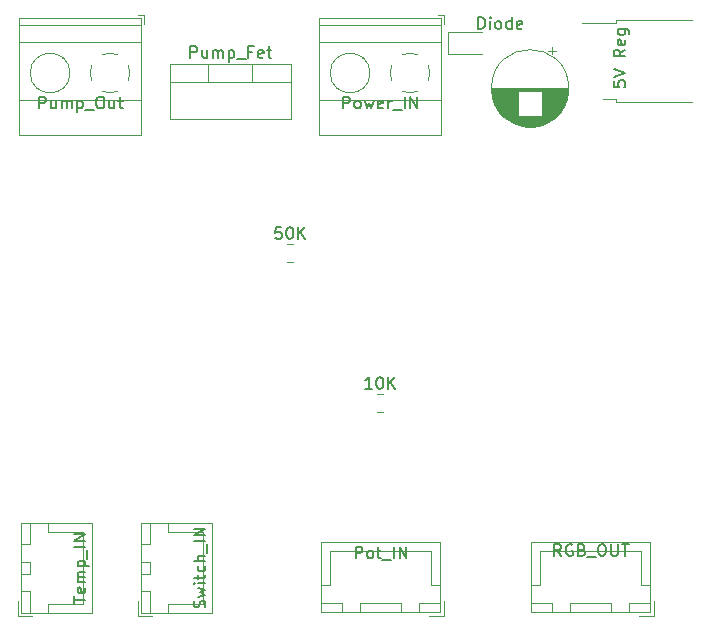
<source format=gbr>
%TF.GenerationSoftware,KiCad,Pcbnew,7.0.10*%
%TF.CreationDate,2024-04-14T18:32:16+10:00*%
%TF.ProjectId,IC Sprayer,49432053-7072-4617-9965-722e6b696361,rev?*%
%TF.SameCoordinates,Original*%
%TF.FileFunction,Legend,Top*%
%TF.FilePolarity,Positive*%
%FSLAX46Y46*%
G04 Gerber Fmt 4.6, Leading zero omitted, Abs format (unit mm)*
G04 Created by KiCad (PCBNEW 7.0.10) date 2024-04-14 18:32:16*
%MOMM*%
%LPD*%
G01*
G04 APERTURE LIST*
%ADD10C,0.150000*%
%ADD11C,0.120000*%
G04 APERTURE END LIST*
D10*
X136614819Y-123606189D02*
X136614819Y-123034761D01*
X137614819Y-123320475D02*
X136614819Y-123320475D01*
X137567200Y-122320475D02*
X137614819Y-122415713D01*
X137614819Y-122415713D02*
X137614819Y-122606189D01*
X137614819Y-122606189D02*
X137567200Y-122701427D01*
X137567200Y-122701427D02*
X137471961Y-122749046D01*
X137471961Y-122749046D02*
X137091009Y-122749046D01*
X137091009Y-122749046D02*
X136995771Y-122701427D01*
X136995771Y-122701427D02*
X136948152Y-122606189D01*
X136948152Y-122606189D02*
X136948152Y-122415713D01*
X136948152Y-122415713D02*
X136995771Y-122320475D01*
X136995771Y-122320475D02*
X137091009Y-122272856D01*
X137091009Y-122272856D02*
X137186247Y-122272856D01*
X137186247Y-122272856D02*
X137281485Y-122749046D01*
X137614819Y-121844284D02*
X136948152Y-121844284D01*
X137043390Y-121844284D02*
X136995771Y-121796665D01*
X136995771Y-121796665D02*
X136948152Y-121701427D01*
X136948152Y-121701427D02*
X136948152Y-121558570D01*
X136948152Y-121558570D02*
X136995771Y-121463332D01*
X136995771Y-121463332D02*
X137091009Y-121415713D01*
X137091009Y-121415713D02*
X137614819Y-121415713D01*
X137091009Y-121415713D02*
X136995771Y-121368094D01*
X136995771Y-121368094D02*
X136948152Y-121272856D01*
X136948152Y-121272856D02*
X136948152Y-121129999D01*
X136948152Y-121129999D02*
X136995771Y-121034760D01*
X136995771Y-121034760D02*
X137091009Y-120987141D01*
X137091009Y-120987141D02*
X137614819Y-120987141D01*
X136948152Y-120510951D02*
X137948152Y-120510951D01*
X136995771Y-120510951D02*
X136948152Y-120415713D01*
X136948152Y-120415713D02*
X136948152Y-120225237D01*
X136948152Y-120225237D02*
X136995771Y-120129999D01*
X136995771Y-120129999D02*
X137043390Y-120082380D01*
X137043390Y-120082380D02*
X137138628Y-120034761D01*
X137138628Y-120034761D02*
X137424342Y-120034761D01*
X137424342Y-120034761D02*
X137519580Y-120082380D01*
X137519580Y-120082380D02*
X137567200Y-120129999D01*
X137567200Y-120129999D02*
X137614819Y-120225237D01*
X137614819Y-120225237D02*
X137614819Y-120415713D01*
X137614819Y-120415713D02*
X137567200Y-120510951D01*
X137710057Y-119844285D02*
X137710057Y-119082380D01*
X137614819Y-118844284D02*
X136614819Y-118844284D01*
X137614819Y-118368094D02*
X136614819Y-118368094D01*
X136614819Y-118368094D02*
X137614819Y-117796666D01*
X137614819Y-117796666D02*
X136614819Y-117796666D01*
X170886667Y-75004819D02*
X170886667Y-74004819D01*
X170886667Y-74004819D02*
X171124762Y-74004819D01*
X171124762Y-74004819D02*
X171267619Y-74052438D01*
X171267619Y-74052438D02*
X171362857Y-74147676D01*
X171362857Y-74147676D02*
X171410476Y-74242914D01*
X171410476Y-74242914D02*
X171458095Y-74433390D01*
X171458095Y-74433390D02*
X171458095Y-74576247D01*
X171458095Y-74576247D02*
X171410476Y-74766723D01*
X171410476Y-74766723D02*
X171362857Y-74861961D01*
X171362857Y-74861961D02*
X171267619Y-74957200D01*
X171267619Y-74957200D02*
X171124762Y-75004819D01*
X171124762Y-75004819D02*
X170886667Y-75004819D01*
X171886667Y-75004819D02*
X171886667Y-74338152D01*
X171886667Y-74004819D02*
X171839048Y-74052438D01*
X171839048Y-74052438D02*
X171886667Y-74100057D01*
X171886667Y-74100057D02*
X171934286Y-74052438D01*
X171934286Y-74052438D02*
X171886667Y-74004819D01*
X171886667Y-74004819D02*
X171886667Y-74100057D01*
X172505714Y-75004819D02*
X172410476Y-74957200D01*
X172410476Y-74957200D02*
X172362857Y-74909580D01*
X172362857Y-74909580D02*
X172315238Y-74814342D01*
X172315238Y-74814342D02*
X172315238Y-74528628D01*
X172315238Y-74528628D02*
X172362857Y-74433390D01*
X172362857Y-74433390D02*
X172410476Y-74385771D01*
X172410476Y-74385771D02*
X172505714Y-74338152D01*
X172505714Y-74338152D02*
X172648571Y-74338152D01*
X172648571Y-74338152D02*
X172743809Y-74385771D01*
X172743809Y-74385771D02*
X172791428Y-74433390D01*
X172791428Y-74433390D02*
X172839047Y-74528628D01*
X172839047Y-74528628D02*
X172839047Y-74814342D01*
X172839047Y-74814342D02*
X172791428Y-74909580D01*
X172791428Y-74909580D02*
X172743809Y-74957200D01*
X172743809Y-74957200D02*
X172648571Y-75004819D01*
X172648571Y-75004819D02*
X172505714Y-75004819D01*
X173696190Y-75004819D02*
X173696190Y-74004819D01*
X173696190Y-74957200D02*
X173600952Y-75004819D01*
X173600952Y-75004819D02*
X173410476Y-75004819D01*
X173410476Y-75004819D02*
X173315238Y-74957200D01*
X173315238Y-74957200D02*
X173267619Y-74909580D01*
X173267619Y-74909580D02*
X173220000Y-74814342D01*
X173220000Y-74814342D02*
X173220000Y-74528628D01*
X173220000Y-74528628D02*
X173267619Y-74433390D01*
X173267619Y-74433390D02*
X173315238Y-74385771D01*
X173315238Y-74385771D02*
X173410476Y-74338152D01*
X173410476Y-74338152D02*
X173600952Y-74338152D01*
X173600952Y-74338152D02*
X173696190Y-74385771D01*
X174553333Y-74957200D02*
X174458095Y-75004819D01*
X174458095Y-75004819D02*
X174267619Y-75004819D01*
X174267619Y-75004819D02*
X174172381Y-74957200D01*
X174172381Y-74957200D02*
X174124762Y-74861961D01*
X174124762Y-74861961D02*
X174124762Y-74481009D01*
X174124762Y-74481009D02*
X174172381Y-74385771D01*
X174172381Y-74385771D02*
X174267619Y-74338152D01*
X174267619Y-74338152D02*
X174458095Y-74338152D01*
X174458095Y-74338152D02*
X174553333Y-74385771D01*
X174553333Y-74385771D02*
X174600952Y-74481009D01*
X174600952Y-74481009D02*
X174600952Y-74576247D01*
X174600952Y-74576247D02*
X174124762Y-74671485D01*
X154201904Y-91784819D02*
X153725714Y-91784819D01*
X153725714Y-91784819D02*
X153678095Y-92261009D01*
X153678095Y-92261009D02*
X153725714Y-92213390D01*
X153725714Y-92213390D02*
X153820952Y-92165771D01*
X153820952Y-92165771D02*
X154059047Y-92165771D01*
X154059047Y-92165771D02*
X154154285Y-92213390D01*
X154154285Y-92213390D02*
X154201904Y-92261009D01*
X154201904Y-92261009D02*
X154249523Y-92356247D01*
X154249523Y-92356247D02*
X154249523Y-92594342D01*
X154249523Y-92594342D02*
X154201904Y-92689580D01*
X154201904Y-92689580D02*
X154154285Y-92737200D01*
X154154285Y-92737200D02*
X154059047Y-92784819D01*
X154059047Y-92784819D02*
X153820952Y-92784819D01*
X153820952Y-92784819D02*
X153725714Y-92737200D01*
X153725714Y-92737200D02*
X153678095Y-92689580D01*
X154868571Y-91784819D02*
X154963809Y-91784819D01*
X154963809Y-91784819D02*
X155059047Y-91832438D01*
X155059047Y-91832438D02*
X155106666Y-91880057D01*
X155106666Y-91880057D02*
X155154285Y-91975295D01*
X155154285Y-91975295D02*
X155201904Y-92165771D01*
X155201904Y-92165771D02*
X155201904Y-92403866D01*
X155201904Y-92403866D02*
X155154285Y-92594342D01*
X155154285Y-92594342D02*
X155106666Y-92689580D01*
X155106666Y-92689580D02*
X155059047Y-92737200D01*
X155059047Y-92737200D02*
X154963809Y-92784819D01*
X154963809Y-92784819D02*
X154868571Y-92784819D01*
X154868571Y-92784819D02*
X154773333Y-92737200D01*
X154773333Y-92737200D02*
X154725714Y-92689580D01*
X154725714Y-92689580D02*
X154678095Y-92594342D01*
X154678095Y-92594342D02*
X154630476Y-92403866D01*
X154630476Y-92403866D02*
X154630476Y-92165771D01*
X154630476Y-92165771D02*
X154678095Y-91975295D01*
X154678095Y-91975295D02*
X154725714Y-91880057D01*
X154725714Y-91880057D02*
X154773333Y-91832438D01*
X154773333Y-91832438D02*
X154868571Y-91784819D01*
X155630476Y-92784819D02*
X155630476Y-91784819D01*
X156201904Y-92784819D02*
X155773333Y-92213390D01*
X156201904Y-91784819D02*
X155630476Y-92356247D01*
X160497143Y-119834819D02*
X160497143Y-118834819D01*
X160497143Y-118834819D02*
X160878095Y-118834819D01*
X160878095Y-118834819D02*
X160973333Y-118882438D01*
X160973333Y-118882438D02*
X161020952Y-118930057D01*
X161020952Y-118930057D02*
X161068571Y-119025295D01*
X161068571Y-119025295D02*
X161068571Y-119168152D01*
X161068571Y-119168152D02*
X161020952Y-119263390D01*
X161020952Y-119263390D02*
X160973333Y-119311009D01*
X160973333Y-119311009D02*
X160878095Y-119358628D01*
X160878095Y-119358628D02*
X160497143Y-119358628D01*
X161640000Y-119834819D02*
X161544762Y-119787200D01*
X161544762Y-119787200D02*
X161497143Y-119739580D01*
X161497143Y-119739580D02*
X161449524Y-119644342D01*
X161449524Y-119644342D02*
X161449524Y-119358628D01*
X161449524Y-119358628D02*
X161497143Y-119263390D01*
X161497143Y-119263390D02*
X161544762Y-119215771D01*
X161544762Y-119215771D02*
X161640000Y-119168152D01*
X161640000Y-119168152D02*
X161782857Y-119168152D01*
X161782857Y-119168152D02*
X161878095Y-119215771D01*
X161878095Y-119215771D02*
X161925714Y-119263390D01*
X161925714Y-119263390D02*
X161973333Y-119358628D01*
X161973333Y-119358628D02*
X161973333Y-119644342D01*
X161973333Y-119644342D02*
X161925714Y-119739580D01*
X161925714Y-119739580D02*
X161878095Y-119787200D01*
X161878095Y-119787200D02*
X161782857Y-119834819D01*
X161782857Y-119834819D02*
X161640000Y-119834819D01*
X162259048Y-119168152D02*
X162640000Y-119168152D01*
X162401905Y-118834819D02*
X162401905Y-119691961D01*
X162401905Y-119691961D02*
X162449524Y-119787200D01*
X162449524Y-119787200D02*
X162544762Y-119834819D01*
X162544762Y-119834819D02*
X162640000Y-119834819D01*
X162735239Y-119930057D02*
X163497143Y-119930057D01*
X163735239Y-119834819D02*
X163735239Y-118834819D01*
X164211429Y-119834819D02*
X164211429Y-118834819D01*
X164211429Y-118834819D02*
X164782857Y-119834819D01*
X164782857Y-119834819D02*
X164782857Y-118834819D01*
X177879999Y-119624819D02*
X177546666Y-119148628D01*
X177308571Y-119624819D02*
X177308571Y-118624819D01*
X177308571Y-118624819D02*
X177689523Y-118624819D01*
X177689523Y-118624819D02*
X177784761Y-118672438D01*
X177784761Y-118672438D02*
X177832380Y-118720057D01*
X177832380Y-118720057D02*
X177879999Y-118815295D01*
X177879999Y-118815295D02*
X177879999Y-118958152D01*
X177879999Y-118958152D02*
X177832380Y-119053390D01*
X177832380Y-119053390D02*
X177784761Y-119101009D01*
X177784761Y-119101009D02*
X177689523Y-119148628D01*
X177689523Y-119148628D02*
X177308571Y-119148628D01*
X178832380Y-118672438D02*
X178737142Y-118624819D01*
X178737142Y-118624819D02*
X178594285Y-118624819D01*
X178594285Y-118624819D02*
X178451428Y-118672438D01*
X178451428Y-118672438D02*
X178356190Y-118767676D01*
X178356190Y-118767676D02*
X178308571Y-118862914D01*
X178308571Y-118862914D02*
X178260952Y-119053390D01*
X178260952Y-119053390D02*
X178260952Y-119196247D01*
X178260952Y-119196247D02*
X178308571Y-119386723D01*
X178308571Y-119386723D02*
X178356190Y-119481961D01*
X178356190Y-119481961D02*
X178451428Y-119577200D01*
X178451428Y-119577200D02*
X178594285Y-119624819D01*
X178594285Y-119624819D02*
X178689523Y-119624819D01*
X178689523Y-119624819D02*
X178832380Y-119577200D01*
X178832380Y-119577200D02*
X178879999Y-119529580D01*
X178879999Y-119529580D02*
X178879999Y-119196247D01*
X178879999Y-119196247D02*
X178689523Y-119196247D01*
X179641904Y-119101009D02*
X179784761Y-119148628D01*
X179784761Y-119148628D02*
X179832380Y-119196247D01*
X179832380Y-119196247D02*
X179879999Y-119291485D01*
X179879999Y-119291485D02*
X179879999Y-119434342D01*
X179879999Y-119434342D02*
X179832380Y-119529580D01*
X179832380Y-119529580D02*
X179784761Y-119577200D01*
X179784761Y-119577200D02*
X179689523Y-119624819D01*
X179689523Y-119624819D02*
X179308571Y-119624819D01*
X179308571Y-119624819D02*
X179308571Y-118624819D01*
X179308571Y-118624819D02*
X179641904Y-118624819D01*
X179641904Y-118624819D02*
X179737142Y-118672438D01*
X179737142Y-118672438D02*
X179784761Y-118720057D01*
X179784761Y-118720057D02*
X179832380Y-118815295D01*
X179832380Y-118815295D02*
X179832380Y-118910533D01*
X179832380Y-118910533D02*
X179784761Y-119005771D01*
X179784761Y-119005771D02*
X179737142Y-119053390D01*
X179737142Y-119053390D02*
X179641904Y-119101009D01*
X179641904Y-119101009D02*
X179308571Y-119101009D01*
X180070476Y-119720057D02*
X180832380Y-119720057D01*
X181260952Y-118624819D02*
X181451428Y-118624819D01*
X181451428Y-118624819D02*
X181546666Y-118672438D01*
X181546666Y-118672438D02*
X181641904Y-118767676D01*
X181641904Y-118767676D02*
X181689523Y-118958152D01*
X181689523Y-118958152D02*
X181689523Y-119291485D01*
X181689523Y-119291485D02*
X181641904Y-119481961D01*
X181641904Y-119481961D02*
X181546666Y-119577200D01*
X181546666Y-119577200D02*
X181451428Y-119624819D01*
X181451428Y-119624819D02*
X181260952Y-119624819D01*
X181260952Y-119624819D02*
X181165714Y-119577200D01*
X181165714Y-119577200D02*
X181070476Y-119481961D01*
X181070476Y-119481961D02*
X181022857Y-119291485D01*
X181022857Y-119291485D02*
X181022857Y-118958152D01*
X181022857Y-118958152D02*
X181070476Y-118767676D01*
X181070476Y-118767676D02*
X181165714Y-118672438D01*
X181165714Y-118672438D02*
X181260952Y-118624819D01*
X182118095Y-118624819D02*
X182118095Y-119434342D01*
X182118095Y-119434342D02*
X182165714Y-119529580D01*
X182165714Y-119529580D02*
X182213333Y-119577200D01*
X182213333Y-119577200D02*
X182308571Y-119624819D01*
X182308571Y-119624819D02*
X182499047Y-119624819D01*
X182499047Y-119624819D02*
X182594285Y-119577200D01*
X182594285Y-119577200D02*
X182641904Y-119529580D01*
X182641904Y-119529580D02*
X182689523Y-119434342D01*
X182689523Y-119434342D02*
X182689523Y-118624819D01*
X183022857Y-118624819D02*
X183594285Y-118624819D01*
X183308571Y-119624819D02*
X183308571Y-118624819D01*
X161869523Y-105484819D02*
X161298095Y-105484819D01*
X161583809Y-105484819D02*
X161583809Y-104484819D01*
X161583809Y-104484819D02*
X161488571Y-104627676D01*
X161488571Y-104627676D02*
X161393333Y-104722914D01*
X161393333Y-104722914D02*
X161298095Y-104770533D01*
X162488571Y-104484819D02*
X162583809Y-104484819D01*
X162583809Y-104484819D02*
X162679047Y-104532438D01*
X162679047Y-104532438D02*
X162726666Y-104580057D01*
X162726666Y-104580057D02*
X162774285Y-104675295D01*
X162774285Y-104675295D02*
X162821904Y-104865771D01*
X162821904Y-104865771D02*
X162821904Y-105103866D01*
X162821904Y-105103866D02*
X162774285Y-105294342D01*
X162774285Y-105294342D02*
X162726666Y-105389580D01*
X162726666Y-105389580D02*
X162679047Y-105437200D01*
X162679047Y-105437200D02*
X162583809Y-105484819D01*
X162583809Y-105484819D02*
X162488571Y-105484819D01*
X162488571Y-105484819D02*
X162393333Y-105437200D01*
X162393333Y-105437200D02*
X162345714Y-105389580D01*
X162345714Y-105389580D02*
X162298095Y-105294342D01*
X162298095Y-105294342D02*
X162250476Y-105103866D01*
X162250476Y-105103866D02*
X162250476Y-104865771D01*
X162250476Y-104865771D02*
X162298095Y-104675295D01*
X162298095Y-104675295D02*
X162345714Y-104580057D01*
X162345714Y-104580057D02*
X162393333Y-104532438D01*
X162393333Y-104532438D02*
X162488571Y-104484819D01*
X163250476Y-105484819D02*
X163250476Y-104484819D01*
X163821904Y-105484819D02*
X163393333Y-104913390D01*
X163821904Y-104484819D02*
X163250476Y-105056247D01*
X182334819Y-79417381D02*
X182334819Y-79893571D01*
X182334819Y-79893571D02*
X182811009Y-79941190D01*
X182811009Y-79941190D02*
X182763390Y-79893571D01*
X182763390Y-79893571D02*
X182715771Y-79798333D01*
X182715771Y-79798333D02*
X182715771Y-79560238D01*
X182715771Y-79560238D02*
X182763390Y-79465000D01*
X182763390Y-79465000D02*
X182811009Y-79417381D01*
X182811009Y-79417381D02*
X182906247Y-79369762D01*
X182906247Y-79369762D02*
X183144342Y-79369762D01*
X183144342Y-79369762D02*
X183239580Y-79417381D01*
X183239580Y-79417381D02*
X183287200Y-79465000D01*
X183287200Y-79465000D02*
X183334819Y-79560238D01*
X183334819Y-79560238D02*
X183334819Y-79798333D01*
X183334819Y-79798333D02*
X183287200Y-79893571D01*
X183287200Y-79893571D02*
X183239580Y-79941190D01*
X182334819Y-79084047D02*
X183334819Y-78750714D01*
X183334819Y-78750714D02*
X182334819Y-78417381D01*
X183334819Y-76750714D02*
X182858628Y-77084047D01*
X183334819Y-77322142D02*
X182334819Y-77322142D01*
X182334819Y-77322142D02*
X182334819Y-76941190D01*
X182334819Y-76941190D02*
X182382438Y-76845952D01*
X182382438Y-76845952D02*
X182430057Y-76798333D01*
X182430057Y-76798333D02*
X182525295Y-76750714D01*
X182525295Y-76750714D02*
X182668152Y-76750714D01*
X182668152Y-76750714D02*
X182763390Y-76798333D01*
X182763390Y-76798333D02*
X182811009Y-76845952D01*
X182811009Y-76845952D02*
X182858628Y-76941190D01*
X182858628Y-76941190D02*
X182858628Y-77322142D01*
X183287200Y-75941190D02*
X183334819Y-76036428D01*
X183334819Y-76036428D02*
X183334819Y-76226904D01*
X183334819Y-76226904D02*
X183287200Y-76322142D01*
X183287200Y-76322142D02*
X183191961Y-76369761D01*
X183191961Y-76369761D02*
X182811009Y-76369761D01*
X182811009Y-76369761D02*
X182715771Y-76322142D01*
X182715771Y-76322142D02*
X182668152Y-76226904D01*
X182668152Y-76226904D02*
X182668152Y-76036428D01*
X182668152Y-76036428D02*
X182715771Y-75941190D01*
X182715771Y-75941190D02*
X182811009Y-75893571D01*
X182811009Y-75893571D02*
X182906247Y-75893571D01*
X182906247Y-75893571D02*
X183001485Y-76369761D01*
X182668152Y-75036428D02*
X183477676Y-75036428D01*
X183477676Y-75036428D02*
X183572914Y-75084047D01*
X183572914Y-75084047D02*
X183620533Y-75131666D01*
X183620533Y-75131666D02*
X183668152Y-75226904D01*
X183668152Y-75226904D02*
X183668152Y-75369761D01*
X183668152Y-75369761D02*
X183620533Y-75464999D01*
X183287200Y-75036428D02*
X183334819Y-75131666D01*
X183334819Y-75131666D02*
X183334819Y-75322142D01*
X183334819Y-75322142D02*
X183287200Y-75417380D01*
X183287200Y-75417380D02*
X183239580Y-75464999D01*
X183239580Y-75464999D02*
X183144342Y-75512618D01*
X183144342Y-75512618D02*
X182858628Y-75512618D01*
X182858628Y-75512618D02*
X182763390Y-75464999D01*
X182763390Y-75464999D02*
X182715771Y-75417380D01*
X182715771Y-75417380D02*
X182668152Y-75322142D01*
X182668152Y-75322142D02*
X182668152Y-75131666D01*
X182668152Y-75131666D02*
X182715771Y-75036428D01*
X159440952Y-81734819D02*
X159440952Y-80734819D01*
X159440952Y-80734819D02*
X159821904Y-80734819D01*
X159821904Y-80734819D02*
X159917142Y-80782438D01*
X159917142Y-80782438D02*
X159964761Y-80830057D01*
X159964761Y-80830057D02*
X160012380Y-80925295D01*
X160012380Y-80925295D02*
X160012380Y-81068152D01*
X160012380Y-81068152D02*
X159964761Y-81163390D01*
X159964761Y-81163390D02*
X159917142Y-81211009D01*
X159917142Y-81211009D02*
X159821904Y-81258628D01*
X159821904Y-81258628D02*
X159440952Y-81258628D01*
X160583809Y-81734819D02*
X160488571Y-81687200D01*
X160488571Y-81687200D02*
X160440952Y-81639580D01*
X160440952Y-81639580D02*
X160393333Y-81544342D01*
X160393333Y-81544342D02*
X160393333Y-81258628D01*
X160393333Y-81258628D02*
X160440952Y-81163390D01*
X160440952Y-81163390D02*
X160488571Y-81115771D01*
X160488571Y-81115771D02*
X160583809Y-81068152D01*
X160583809Y-81068152D02*
X160726666Y-81068152D01*
X160726666Y-81068152D02*
X160821904Y-81115771D01*
X160821904Y-81115771D02*
X160869523Y-81163390D01*
X160869523Y-81163390D02*
X160917142Y-81258628D01*
X160917142Y-81258628D02*
X160917142Y-81544342D01*
X160917142Y-81544342D02*
X160869523Y-81639580D01*
X160869523Y-81639580D02*
X160821904Y-81687200D01*
X160821904Y-81687200D02*
X160726666Y-81734819D01*
X160726666Y-81734819D02*
X160583809Y-81734819D01*
X161250476Y-81068152D02*
X161440952Y-81734819D01*
X161440952Y-81734819D02*
X161631428Y-81258628D01*
X161631428Y-81258628D02*
X161821904Y-81734819D01*
X161821904Y-81734819D02*
X162012380Y-81068152D01*
X162774285Y-81687200D02*
X162679047Y-81734819D01*
X162679047Y-81734819D02*
X162488571Y-81734819D01*
X162488571Y-81734819D02*
X162393333Y-81687200D01*
X162393333Y-81687200D02*
X162345714Y-81591961D01*
X162345714Y-81591961D02*
X162345714Y-81211009D01*
X162345714Y-81211009D02*
X162393333Y-81115771D01*
X162393333Y-81115771D02*
X162488571Y-81068152D01*
X162488571Y-81068152D02*
X162679047Y-81068152D01*
X162679047Y-81068152D02*
X162774285Y-81115771D01*
X162774285Y-81115771D02*
X162821904Y-81211009D01*
X162821904Y-81211009D02*
X162821904Y-81306247D01*
X162821904Y-81306247D02*
X162345714Y-81401485D01*
X163250476Y-81734819D02*
X163250476Y-81068152D01*
X163250476Y-81258628D02*
X163298095Y-81163390D01*
X163298095Y-81163390D02*
X163345714Y-81115771D01*
X163345714Y-81115771D02*
X163440952Y-81068152D01*
X163440952Y-81068152D02*
X163536190Y-81068152D01*
X163631429Y-81830057D02*
X164393333Y-81830057D01*
X164631429Y-81734819D02*
X164631429Y-80734819D01*
X165107619Y-81734819D02*
X165107619Y-80734819D01*
X165107619Y-80734819D02*
X165679047Y-81734819D01*
X165679047Y-81734819D02*
X165679047Y-80734819D01*
X146502857Y-77464819D02*
X146502857Y-76464819D01*
X146502857Y-76464819D02*
X146883809Y-76464819D01*
X146883809Y-76464819D02*
X146979047Y-76512438D01*
X146979047Y-76512438D02*
X147026666Y-76560057D01*
X147026666Y-76560057D02*
X147074285Y-76655295D01*
X147074285Y-76655295D02*
X147074285Y-76798152D01*
X147074285Y-76798152D02*
X147026666Y-76893390D01*
X147026666Y-76893390D02*
X146979047Y-76941009D01*
X146979047Y-76941009D02*
X146883809Y-76988628D01*
X146883809Y-76988628D02*
X146502857Y-76988628D01*
X147931428Y-76798152D02*
X147931428Y-77464819D01*
X147502857Y-76798152D02*
X147502857Y-77321961D01*
X147502857Y-77321961D02*
X147550476Y-77417200D01*
X147550476Y-77417200D02*
X147645714Y-77464819D01*
X147645714Y-77464819D02*
X147788571Y-77464819D01*
X147788571Y-77464819D02*
X147883809Y-77417200D01*
X147883809Y-77417200D02*
X147931428Y-77369580D01*
X148407619Y-77464819D02*
X148407619Y-76798152D01*
X148407619Y-76893390D02*
X148455238Y-76845771D01*
X148455238Y-76845771D02*
X148550476Y-76798152D01*
X148550476Y-76798152D02*
X148693333Y-76798152D01*
X148693333Y-76798152D02*
X148788571Y-76845771D01*
X148788571Y-76845771D02*
X148836190Y-76941009D01*
X148836190Y-76941009D02*
X148836190Y-77464819D01*
X148836190Y-76941009D02*
X148883809Y-76845771D01*
X148883809Y-76845771D02*
X148979047Y-76798152D01*
X148979047Y-76798152D02*
X149121904Y-76798152D01*
X149121904Y-76798152D02*
X149217143Y-76845771D01*
X149217143Y-76845771D02*
X149264762Y-76941009D01*
X149264762Y-76941009D02*
X149264762Y-77464819D01*
X149740952Y-76798152D02*
X149740952Y-77798152D01*
X149740952Y-76845771D02*
X149836190Y-76798152D01*
X149836190Y-76798152D02*
X150026666Y-76798152D01*
X150026666Y-76798152D02*
X150121904Y-76845771D01*
X150121904Y-76845771D02*
X150169523Y-76893390D01*
X150169523Y-76893390D02*
X150217142Y-76988628D01*
X150217142Y-76988628D02*
X150217142Y-77274342D01*
X150217142Y-77274342D02*
X150169523Y-77369580D01*
X150169523Y-77369580D02*
X150121904Y-77417200D01*
X150121904Y-77417200D02*
X150026666Y-77464819D01*
X150026666Y-77464819D02*
X149836190Y-77464819D01*
X149836190Y-77464819D02*
X149740952Y-77417200D01*
X150407619Y-77560057D02*
X151169523Y-77560057D01*
X151740952Y-76941009D02*
X151407619Y-76941009D01*
X151407619Y-77464819D02*
X151407619Y-76464819D01*
X151407619Y-76464819D02*
X151883809Y-76464819D01*
X152645714Y-77417200D02*
X152550476Y-77464819D01*
X152550476Y-77464819D02*
X152360000Y-77464819D01*
X152360000Y-77464819D02*
X152264762Y-77417200D01*
X152264762Y-77417200D02*
X152217143Y-77321961D01*
X152217143Y-77321961D02*
X152217143Y-76941009D01*
X152217143Y-76941009D02*
X152264762Y-76845771D01*
X152264762Y-76845771D02*
X152360000Y-76798152D01*
X152360000Y-76798152D02*
X152550476Y-76798152D01*
X152550476Y-76798152D02*
X152645714Y-76845771D01*
X152645714Y-76845771D02*
X152693333Y-76941009D01*
X152693333Y-76941009D02*
X152693333Y-77036247D01*
X152693333Y-77036247D02*
X152217143Y-77131485D01*
X152979048Y-76798152D02*
X153360000Y-76798152D01*
X153121905Y-76464819D02*
X153121905Y-77321961D01*
X153121905Y-77321961D02*
X153169524Y-77417200D01*
X153169524Y-77417200D02*
X153264762Y-77464819D01*
X153264762Y-77464819D02*
X153360000Y-77464819D01*
X133683809Y-81734819D02*
X133683809Y-80734819D01*
X133683809Y-80734819D02*
X134064761Y-80734819D01*
X134064761Y-80734819D02*
X134159999Y-80782438D01*
X134159999Y-80782438D02*
X134207618Y-80830057D01*
X134207618Y-80830057D02*
X134255237Y-80925295D01*
X134255237Y-80925295D02*
X134255237Y-81068152D01*
X134255237Y-81068152D02*
X134207618Y-81163390D01*
X134207618Y-81163390D02*
X134159999Y-81211009D01*
X134159999Y-81211009D02*
X134064761Y-81258628D01*
X134064761Y-81258628D02*
X133683809Y-81258628D01*
X135112380Y-81068152D02*
X135112380Y-81734819D01*
X134683809Y-81068152D02*
X134683809Y-81591961D01*
X134683809Y-81591961D02*
X134731428Y-81687200D01*
X134731428Y-81687200D02*
X134826666Y-81734819D01*
X134826666Y-81734819D02*
X134969523Y-81734819D01*
X134969523Y-81734819D02*
X135064761Y-81687200D01*
X135064761Y-81687200D02*
X135112380Y-81639580D01*
X135588571Y-81734819D02*
X135588571Y-81068152D01*
X135588571Y-81163390D02*
X135636190Y-81115771D01*
X135636190Y-81115771D02*
X135731428Y-81068152D01*
X135731428Y-81068152D02*
X135874285Y-81068152D01*
X135874285Y-81068152D02*
X135969523Y-81115771D01*
X135969523Y-81115771D02*
X136017142Y-81211009D01*
X136017142Y-81211009D02*
X136017142Y-81734819D01*
X136017142Y-81211009D02*
X136064761Y-81115771D01*
X136064761Y-81115771D02*
X136159999Y-81068152D01*
X136159999Y-81068152D02*
X136302856Y-81068152D01*
X136302856Y-81068152D02*
X136398095Y-81115771D01*
X136398095Y-81115771D02*
X136445714Y-81211009D01*
X136445714Y-81211009D02*
X136445714Y-81734819D01*
X136921904Y-81068152D02*
X136921904Y-82068152D01*
X136921904Y-81115771D02*
X137017142Y-81068152D01*
X137017142Y-81068152D02*
X137207618Y-81068152D01*
X137207618Y-81068152D02*
X137302856Y-81115771D01*
X137302856Y-81115771D02*
X137350475Y-81163390D01*
X137350475Y-81163390D02*
X137398094Y-81258628D01*
X137398094Y-81258628D02*
X137398094Y-81544342D01*
X137398094Y-81544342D02*
X137350475Y-81639580D01*
X137350475Y-81639580D02*
X137302856Y-81687200D01*
X137302856Y-81687200D02*
X137207618Y-81734819D01*
X137207618Y-81734819D02*
X137017142Y-81734819D01*
X137017142Y-81734819D02*
X136921904Y-81687200D01*
X137588571Y-81830057D02*
X138350475Y-81830057D01*
X138779047Y-80734819D02*
X138969523Y-80734819D01*
X138969523Y-80734819D02*
X139064761Y-80782438D01*
X139064761Y-80782438D02*
X139159999Y-80877676D01*
X139159999Y-80877676D02*
X139207618Y-81068152D01*
X139207618Y-81068152D02*
X139207618Y-81401485D01*
X139207618Y-81401485D02*
X139159999Y-81591961D01*
X139159999Y-81591961D02*
X139064761Y-81687200D01*
X139064761Y-81687200D02*
X138969523Y-81734819D01*
X138969523Y-81734819D02*
X138779047Y-81734819D01*
X138779047Y-81734819D02*
X138683809Y-81687200D01*
X138683809Y-81687200D02*
X138588571Y-81591961D01*
X138588571Y-81591961D02*
X138540952Y-81401485D01*
X138540952Y-81401485D02*
X138540952Y-81068152D01*
X138540952Y-81068152D02*
X138588571Y-80877676D01*
X138588571Y-80877676D02*
X138683809Y-80782438D01*
X138683809Y-80782438D02*
X138779047Y-80734819D01*
X140064761Y-81068152D02*
X140064761Y-81734819D01*
X139636190Y-81068152D02*
X139636190Y-81591961D01*
X139636190Y-81591961D02*
X139683809Y-81687200D01*
X139683809Y-81687200D02*
X139779047Y-81734819D01*
X139779047Y-81734819D02*
X139921904Y-81734819D01*
X139921904Y-81734819D02*
X140017142Y-81687200D01*
X140017142Y-81687200D02*
X140064761Y-81639580D01*
X140398095Y-81068152D02*
X140779047Y-81068152D01*
X140540952Y-80734819D02*
X140540952Y-81591961D01*
X140540952Y-81591961D02*
X140588571Y-81687200D01*
X140588571Y-81687200D02*
X140683809Y-81734819D01*
X140683809Y-81734819D02*
X140779047Y-81734819D01*
X147727200Y-123987142D02*
X147774819Y-123844285D01*
X147774819Y-123844285D02*
X147774819Y-123606190D01*
X147774819Y-123606190D02*
X147727200Y-123510952D01*
X147727200Y-123510952D02*
X147679580Y-123463333D01*
X147679580Y-123463333D02*
X147584342Y-123415714D01*
X147584342Y-123415714D02*
X147489104Y-123415714D01*
X147489104Y-123415714D02*
X147393866Y-123463333D01*
X147393866Y-123463333D02*
X147346247Y-123510952D01*
X147346247Y-123510952D02*
X147298628Y-123606190D01*
X147298628Y-123606190D02*
X147251009Y-123796666D01*
X147251009Y-123796666D02*
X147203390Y-123891904D01*
X147203390Y-123891904D02*
X147155771Y-123939523D01*
X147155771Y-123939523D02*
X147060533Y-123987142D01*
X147060533Y-123987142D02*
X146965295Y-123987142D01*
X146965295Y-123987142D02*
X146870057Y-123939523D01*
X146870057Y-123939523D02*
X146822438Y-123891904D01*
X146822438Y-123891904D02*
X146774819Y-123796666D01*
X146774819Y-123796666D02*
X146774819Y-123558571D01*
X146774819Y-123558571D02*
X146822438Y-123415714D01*
X147108152Y-123082380D02*
X147774819Y-122891904D01*
X147774819Y-122891904D02*
X147298628Y-122701428D01*
X147298628Y-122701428D02*
X147774819Y-122510952D01*
X147774819Y-122510952D02*
X147108152Y-122320476D01*
X147774819Y-121939523D02*
X147108152Y-121939523D01*
X146774819Y-121939523D02*
X146822438Y-121987142D01*
X146822438Y-121987142D02*
X146870057Y-121939523D01*
X146870057Y-121939523D02*
X146822438Y-121891904D01*
X146822438Y-121891904D02*
X146774819Y-121939523D01*
X146774819Y-121939523D02*
X146870057Y-121939523D01*
X147108152Y-121606190D02*
X147108152Y-121225238D01*
X146774819Y-121463333D02*
X147631961Y-121463333D01*
X147631961Y-121463333D02*
X147727200Y-121415714D01*
X147727200Y-121415714D02*
X147774819Y-121320476D01*
X147774819Y-121320476D02*
X147774819Y-121225238D01*
X147727200Y-120463333D02*
X147774819Y-120558571D01*
X147774819Y-120558571D02*
X147774819Y-120749047D01*
X147774819Y-120749047D02*
X147727200Y-120844285D01*
X147727200Y-120844285D02*
X147679580Y-120891904D01*
X147679580Y-120891904D02*
X147584342Y-120939523D01*
X147584342Y-120939523D02*
X147298628Y-120939523D01*
X147298628Y-120939523D02*
X147203390Y-120891904D01*
X147203390Y-120891904D02*
X147155771Y-120844285D01*
X147155771Y-120844285D02*
X147108152Y-120749047D01*
X147108152Y-120749047D02*
X147108152Y-120558571D01*
X147108152Y-120558571D02*
X147155771Y-120463333D01*
X147774819Y-120034761D02*
X146774819Y-120034761D01*
X147774819Y-119606190D02*
X147251009Y-119606190D01*
X147251009Y-119606190D02*
X147155771Y-119653809D01*
X147155771Y-119653809D02*
X147108152Y-119749047D01*
X147108152Y-119749047D02*
X147108152Y-119891904D01*
X147108152Y-119891904D02*
X147155771Y-119987142D01*
X147155771Y-119987142D02*
X147203390Y-120034761D01*
X147870057Y-119368095D02*
X147870057Y-118606190D01*
X147774819Y-118368094D02*
X146774819Y-118368094D01*
X147774819Y-117891904D02*
X146774819Y-117891904D01*
X146774819Y-117891904D02*
X147774819Y-117320476D01*
X147774819Y-117320476D02*
X146774819Y-117320476D01*
D11*
%TO.C,Temp_IN*%
X131870000Y-124730000D02*
X133120000Y-124730000D01*
X132160000Y-124440000D02*
X138130000Y-124440000D01*
X138130000Y-124440000D02*
X138130000Y-116820000D01*
X132170000Y-124430000D02*
X132920000Y-124430000D01*
X132920000Y-124430000D02*
X132920000Y-122630000D01*
X134420000Y-124430000D02*
X134420000Y-123680000D01*
X134420000Y-123680000D02*
X137370000Y-123680000D01*
X137370000Y-123680000D02*
X137370000Y-120630000D01*
X131870000Y-123480000D02*
X131870000Y-124730000D01*
X132170000Y-122630000D02*
X132170000Y-124430000D01*
X132920000Y-122630000D02*
X132170000Y-122630000D01*
X132170000Y-121130000D02*
X132920000Y-121130000D01*
X132920000Y-121130000D02*
X132920000Y-120130000D01*
X132170000Y-120130000D02*
X132170000Y-121130000D01*
X132920000Y-120130000D02*
X132170000Y-120130000D01*
X132170000Y-118630000D02*
X132920000Y-118630000D01*
X132920000Y-118630000D02*
X132920000Y-116830000D01*
X134420000Y-117580000D02*
X137370000Y-117580000D01*
X137370000Y-117580000D02*
X137370000Y-120630000D01*
X132170000Y-116830000D02*
X132170000Y-118630000D01*
X132920000Y-116830000D02*
X132170000Y-116830000D01*
X134420000Y-116830000D02*
X134420000Y-117580000D01*
X132160000Y-116820000D02*
X132160000Y-124440000D01*
X138130000Y-116820000D02*
X132160000Y-116820000D01*
%TO.C,Diode*%
X168320000Y-75240000D02*
X168320000Y-77160000D01*
X168320000Y-77160000D02*
X171180000Y-77160000D01*
X171180000Y-75240000D02*
X168320000Y-75240000D01*
%TO.C,50K*%
X154712936Y-93245000D02*
X155167064Y-93245000D01*
X154712936Y-94715000D02*
X155167064Y-94715000D01*
%TO.C,Pot_IN*%
X167950000Y-124670000D02*
X167950000Y-123420000D01*
X167660000Y-124380000D02*
X167660000Y-118410000D01*
X167660000Y-118410000D02*
X157540000Y-118410000D01*
X167650000Y-124370000D02*
X167650000Y-123620000D01*
X167650000Y-123620000D02*
X165850000Y-123620000D01*
X167650000Y-122120000D02*
X166900000Y-122120000D01*
X166900000Y-122120000D02*
X166900000Y-119170000D01*
X166900000Y-119170000D02*
X162600000Y-119170000D01*
X166700000Y-124670000D02*
X167950000Y-124670000D01*
X165850000Y-124370000D02*
X167650000Y-124370000D01*
X165850000Y-123620000D02*
X165850000Y-124370000D01*
X164350000Y-124370000D02*
X164350000Y-123620000D01*
X164350000Y-123620000D02*
X160850000Y-123620000D01*
X160850000Y-124370000D02*
X164350000Y-124370000D01*
X160850000Y-123620000D02*
X160850000Y-124370000D01*
X159350000Y-124370000D02*
X159350000Y-123620000D01*
X159350000Y-123620000D02*
X157550000Y-123620000D01*
X158300000Y-122120000D02*
X158300000Y-119170000D01*
X158300000Y-119170000D02*
X162600000Y-119170000D01*
X157550000Y-124370000D02*
X159350000Y-124370000D01*
X157550000Y-123620000D02*
X157550000Y-124370000D01*
X157550000Y-122120000D02*
X158300000Y-122120000D01*
X157540000Y-124380000D02*
X167660000Y-124380000D01*
X157540000Y-118410000D02*
X157540000Y-124380000D01*
%TO.C,REF\u002A\u002A*%
X177099000Y-76529759D02*
X177099000Y-77159759D01*
X177414000Y-76844759D02*
X176784000Y-76844759D01*
X178490000Y-80030000D02*
X172030000Y-80030000D01*
X178490000Y-80070000D02*
X172030000Y-80070000D01*
X178490000Y-80110000D02*
X172030000Y-80110000D01*
X178488000Y-80150000D02*
X172032000Y-80150000D01*
X178487000Y-80190000D02*
X172033000Y-80190000D01*
X178484000Y-80230000D02*
X172036000Y-80230000D01*
X178482000Y-80270000D02*
X176300000Y-80270000D01*
X174220000Y-80270000D02*
X172038000Y-80270000D01*
X178478000Y-80310000D02*
X176300000Y-80310000D01*
X174220000Y-80310000D02*
X172042000Y-80310000D01*
X178475000Y-80350000D02*
X176300000Y-80350000D01*
X174220000Y-80350000D02*
X172045000Y-80350000D01*
X178471000Y-80390000D02*
X176300000Y-80390000D01*
X174220000Y-80390000D02*
X172049000Y-80390000D01*
X178466000Y-80430000D02*
X176300000Y-80430000D01*
X174220000Y-80430000D02*
X172054000Y-80430000D01*
X178461000Y-80470000D02*
X176300000Y-80470000D01*
X174220000Y-80470000D02*
X172059000Y-80470000D01*
X178455000Y-80510000D02*
X176300000Y-80510000D01*
X174220000Y-80510000D02*
X172065000Y-80510000D01*
X178449000Y-80550000D02*
X176300000Y-80550000D01*
X174220000Y-80550000D02*
X172071000Y-80550000D01*
X178442000Y-80590000D02*
X176300000Y-80590000D01*
X174220000Y-80590000D02*
X172078000Y-80590000D01*
X178435000Y-80630000D02*
X176300000Y-80630000D01*
X174220000Y-80630000D02*
X172085000Y-80630000D01*
X178427000Y-80670000D02*
X176300000Y-80670000D01*
X174220000Y-80670000D02*
X172093000Y-80670000D01*
X178419000Y-80710000D02*
X176300000Y-80710000D01*
X174220000Y-80710000D02*
X172101000Y-80710000D01*
X178410000Y-80751000D02*
X176300000Y-80751000D01*
X174220000Y-80751000D02*
X172110000Y-80751000D01*
X178401000Y-80791000D02*
X176300000Y-80791000D01*
X174220000Y-80791000D02*
X172119000Y-80791000D01*
X178391000Y-80831000D02*
X176300000Y-80831000D01*
X174220000Y-80831000D02*
X172129000Y-80831000D01*
X178381000Y-80871000D02*
X176300000Y-80871000D01*
X174220000Y-80871000D02*
X172139000Y-80871000D01*
X178370000Y-80911000D02*
X176300000Y-80911000D01*
X174220000Y-80911000D02*
X172150000Y-80911000D01*
X178358000Y-80951000D02*
X176300000Y-80951000D01*
X174220000Y-80951000D02*
X172162000Y-80951000D01*
X178346000Y-80991000D02*
X176300000Y-80991000D01*
X174220000Y-80991000D02*
X172174000Y-80991000D01*
X178334000Y-81031000D02*
X176300000Y-81031000D01*
X174220000Y-81031000D02*
X172186000Y-81031000D01*
X178321000Y-81071000D02*
X176300000Y-81071000D01*
X174220000Y-81071000D02*
X172199000Y-81071000D01*
X178307000Y-81111000D02*
X176300000Y-81111000D01*
X174220000Y-81111000D02*
X172213000Y-81111000D01*
X178293000Y-81151000D02*
X176300000Y-81151000D01*
X174220000Y-81151000D02*
X172227000Y-81151000D01*
X178278000Y-81191000D02*
X176300000Y-81191000D01*
X174220000Y-81191000D02*
X172242000Y-81191000D01*
X178262000Y-81231000D02*
X176300000Y-81231000D01*
X174220000Y-81231000D02*
X172258000Y-81231000D01*
X178246000Y-81271000D02*
X176300000Y-81271000D01*
X174220000Y-81271000D02*
X172274000Y-81271000D01*
X178230000Y-81311000D02*
X176300000Y-81311000D01*
X174220000Y-81311000D02*
X172290000Y-81311000D01*
X178212000Y-81351000D02*
X176300000Y-81351000D01*
X174220000Y-81351000D02*
X172308000Y-81351000D01*
X178194000Y-81391000D02*
X176300000Y-81391000D01*
X174220000Y-81391000D02*
X172326000Y-81391000D01*
X178176000Y-81431000D02*
X176300000Y-81431000D01*
X174220000Y-81431000D02*
X172344000Y-81431000D01*
X178156000Y-81471000D02*
X176300000Y-81471000D01*
X174220000Y-81471000D02*
X172364000Y-81471000D01*
X178136000Y-81511000D02*
X176300000Y-81511000D01*
X174220000Y-81511000D02*
X172384000Y-81511000D01*
X178116000Y-81551000D02*
X176300000Y-81551000D01*
X174220000Y-81551000D02*
X172404000Y-81551000D01*
X178094000Y-81591000D02*
X176300000Y-81591000D01*
X174220000Y-81591000D02*
X172426000Y-81591000D01*
X178072000Y-81631000D02*
X176300000Y-81631000D01*
X174220000Y-81631000D02*
X172448000Y-81631000D01*
X178050000Y-81671000D02*
X176300000Y-81671000D01*
X174220000Y-81671000D02*
X172470000Y-81671000D01*
X178026000Y-81711000D02*
X176300000Y-81711000D01*
X174220000Y-81711000D02*
X172494000Y-81711000D01*
X178002000Y-81751000D02*
X176300000Y-81751000D01*
X174220000Y-81751000D02*
X172518000Y-81751000D01*
X177976000Y-81791000D02*
X176300000Y-81791000D01*
X174220000Y-81791000D02*
X172544000Y-81791000D01*
X177950000Y-81831000D02*
X176300000Y-81831000D01*
X174220000Y-81831000D02*
X172570000Y-81831000D01*
X177924000Y-81871000D02*
X176300000Y-81871000D01*
X174220000Y-81871000D02*
X172596000Y-81871000D01*
X177896000Y-81911000D02*
X176300000Y-81911000D01*
X174220000Y-81911000D02*
X172624000Y-81911000D01*
X177867000Y-81951000D02*
X176300000Y-81951000D01*
X174220000Y-81951000D02*
X172653000Y-81951000D01*
X177838000Y-81991000D02*
X176300000Y-81991000D01*
X174220000Y-81991000D02*
X172682000Y-81991000D01*
X177808000Y-82031000D02*
X176300000Y-82031000D01*
X174220000Y-82031000D02*
X172712000Y-82031000D01*
X177776000Y-82071000D02*
X176300000Y-82071000D01*
X174220000Y-82071000D02*
X172744000Y-82071000D01*
X177744000Y-82111000D02*
X176300000Y-82111000D01*
X174220000Y-82111000D02*
X172776000Y-82111000D01*
X177710000Y-82151000D02*
X176300000Y-82151000D01*
X174220000Y-82151000D02*
X172810000Y-82151000D01*
X177676000Y-82191000D02*
X176300000Y-82191000D01*
X174220000Y-82191000D02*
X172844000Y-82191000D01*
X177640000Y-82231000D02*
X176300000Y-82231000D01*
X174220000Y-82231000D02*
X172880000Y-82231000D01*
X177603000Y-82271000D02*
X176300000Y-82271000D01*
X174220000Y-82271000D02*
X172917000Y-82271000D01*
X177565000Y-82311000D02*
X176300000Y-82311000D01*
X174220000Y-82311000D02*
X172955000Y-82311000D01*
X177525000Y-82351000D02*
X172995000Y-82351000D01*
X177484000Y-82391000D02*
X173036000Y-82391000D01*
X177442000Y-82431000D02*
X173078000Y-82431000D01*
X177397000Y-82471000D02*
X173123000Y-82471000D01*
X177352000Y-82511000D02*
X173168000Y-82511000D01*
X177304000Y-82551000D02*
X173216000Y-82551000D01*
X177255000Y-82591000D02*
X173265000Y-82591000D01*
X177204000Y-82631000D02*
X173316000Y-82631000D01*
X177150000Y-82671000D02*
X173370000Y-82671000D01*
X177094000Y-82711000D02*
X173426000Y-82711000D01*
X177036000Y-82751000D02*
X173484000Y-82751000D01*
X176974000Y-82791000D02*
X173546000Y-82791000D01*
X176910000Y-82831000D02*
X173610000Y-82831000D01*
X176841000Y-82871000D02*
X173679000Y-82871000D01*
X176769000Y-82911000D02*
X173751000Y-82911000D01*
X176692000Y-82951000D02*
X173828000Y-82951000D01*
X176610000Y-82991000D02*
X173910000Y-82991000D01*
X176522000Y-83031000D02*
X173998000Y-83031000D01*
X176425000Y-83071000D02*
X174095000Y-83071000D01*
X176319000Y-83111000D02*
X174201000Y-83111000D01*
X176200000Y-83151000D02*
X174320000Y-83151000D01*
X176062000Y-83191000D02*
X174458000Y-83191000D01*
X175893000Y-83231000D02*
X174627000Y-83231000D01*
X175662000Y-83271000D02*
X174858000Y-83271000D01*
X178530000Y-80030000D02*
G75*
G03*
X171990000Y-80030000I-3270000J0D01*
G01*
X171990000Y-80030000D02*
G75*
G03*
X178530000Y-80030000I3270000J0D01*
G01*
%TO.C,RGB_OUT*%
X185730000Y-124670000D02*
X185730000Y-123420000D01*
X185440000Y-124380000D02*
X185440000Y-118410000D01*
X185440000Y-118410000D02*
X175320000Y-118410000D01*
X185430000Y-124370000D02*
X185430000Y-123620000D01*
X185430000Y-123620000D02*
X183630000Y-123620000D01*
X185430000Y-122120000D02*
X184680000Y-122120000D01*
X184680000Y-122120000D02*
X184680000Y-119170000D01*
X184680000Y-119170000D02*
X180380000Y-119170000D01*
X184480000Y-124670000D02*
X185730000Y-124670000D01*
X183630000Y-124370000D02*
X185430000Y-124370000D01*
X183630000Y-123620000D02*
X183630000Y-124370000D01*
X182130000Y-124370000D02*
X182130000Y-123620000D01*
X182130000Y-123620000D02*
X178630000Y-123620000D01*
X178630000Y-124370000D02*
X182130000Y-124370000D01*
X178630000Y-123620000D02*
X178630000Y-124370000D01*
X177130000Y-124370000D02*
X177130000Y-123620000D01*
X177130000Y-123620000D02*
X175330000Y-123620000D01*
X176080000Y-122120000D02*
X176080000Y-119170000D01*
X176080000Y-119170000D02*
X180380000Y-119170000D01*
X175330000Y-124370000D02*
X177130000Y-124370000D01*
X175330000Y-123620000D02*
X175330000Y-124370000D01*
X175330000Y-122120000D02*
X176080000Y-122120000D01*
X175320000Y-124380000D02*
X185440000Y-124380000D01*
X175320000Y-118410000D02*
X175320000Y-124380000D01*
%TO.C,10K*%
X162332936Y-105945000D02*
X162787064Y-105945000D01*
X162332936Y-107415000D02*
X162787064Y-107415000D01*
%TO.C,5V Reg*%
X182525000Y-74275000D02*
X182525000Y-74545000D01*
X182525000Y-74545000D02*
X179695000Y-74545000D01*
X182525000Y-80905000D02*
X181425000Y-80905000D01*
X182525000Y-81175000D02*
X182525000Y-80905000D01*
X188945000Y-74275000D02*
X182525000Y-74275000D01*
X188945000Y-81175000D02*
X182525000Y-81175000D01*
%TO.C,Power_IN*%
X167940000Y-74580000D02*
X167940000Y-73840000D01*
X167940000Y-73840000D02*
X167440000Y-73840000D01*
X167700000Y-84001000D02*
X167700000Y-74080000D01*
X167700000Y-84001000D02*
X157420000Y-84001000D01*
X167700000Y-81041000D02*
X157420000Y-81041000D01*
X167700000Y-76140000D02*
X157420000Y-76140000D01*
X167700000Y-74640000D02*
X157420000Y-74640000D01*
X167700000Y-74080000D02*
X157420000Y-74080000D01*
X161247000Y-77717000D02*
X161294000Y-77671000D01*
X161054000Y-77501000D02*
X161089000Y-77466000D01*
X158950000Y-80015000D02*
X158985000Y-79979000D01*
X158745000Y-79809000D02*
X158792000Y-79763000D01*
X157420000Y-84001000D02*
X157420000Y-74080000D01*
X166634999Y-79423999D02*
G75*
G03*
X166635426Y-78056958I-1534992J684000D01*
G01*
X164416001Y-80274999D02*
G75*
G03*
X165783042Y-80275426I684000J1534992D01*
G01*
X165784000Y-77205001D02*
G75*
G03*
X165071195Y-77059748I-683999J-1535000D01*
G01*
X165100000Y-77060001D02*
G75*
G03*
X164416682Y-77205245I0J-1679999D01*
G01*
X163565000Y-78056000D02*
G75*
G03*
X163564574Y-79423042I1535000J-684000D01*
G01*
X161700000Y-78740000D02*
G75*
G03*
X158340000Y-78740000I-1680000J0D01*
G01*
X158340000Y-78740000D02*
G75*
G03*
X161700000Y-78740000I1680000J0D01*
G01*
%TO.C,Pump_Fet*%
X144740000Y-78010000D02*
X144740000Y-82651000D01*
X144740000Y-78010000D02*
X154980000Y-78010000D01*
X144740000Y-79520000D02*
X154980000Y-79520000D01*
X144740000Y-82651000D02*
X154980000Y-82651000D01*
X148010000Y-78010000D02*
X148010000Y-79520000D01*
X151711000Y-78010000D02*
X151711000Y-79520000D01*
X154980000Y-78010000D02*
X154980000Y-82651000D01*
%TO.C,Pump_Out*%
X142540000Y-74580000D02*
X142540000Y-73840000D01*
X142540000Y-73840000D02*
X142040000Y-73840000D01*
X142300000Y-84001000D02*
X142300000Y-74080000D01*
X142300000Y-84001000D02*
X132020000Y-84001000D01*
X142300000Y-81041000D02*
X132020000Y-81041000D01*
X142300000Y-76140000D02*
X132020000Y-76140000D01*
X142300000Y-74640000D02*
X132020000Y-74640000D01*
X142300000Y-74080000D02*
X132020000Y-74080000D01*
X135847000Y-77717000D02*
X135894000Y-77671000D01*
X135654000Y-77501000D02*
X135689000Y-77466000D01*
X133550000Y-80015000D02*
X133585000Y-79979000D01*
X133345000Y-79809000D02*
X133392000Y-79763000D01*
X132020000Y-84001000D02*
X132020000Y-74080000D01*
X141234999Y-79423999D02*
G75*
G03*
X141235426Y-78056958I-1534992J684000D01*
G01*
X139016001Y-80274999D02*
G75*
G03*
X140383042Y-80275426I684000J1534992D01*
G01*
X140384000Y-77205001D02*
G75*
G03*
X139671195Y-77059748I-683999J-1535000D01*
G01*
X139700000Y-77060001D02*
G75*
G03*
X139016682Y-77205245I0J-1679999D01*
G01*
X138165000Y-78056000D02*
G75*
G03*
X138164574Y-79423042I1535000J-684000D01*
G01*
X136300000Y-78740000D02*
G75*
G03*
X132940000Y-78740000I-1680000J0D01*
G01*
X132940000Y-78740000D02*
G75*
G03*
X136300000Y-78740000I1680000J0D01*
G01*
%TO.C,Switch_IN*%
X142030000Y-124730000D02*
X143280000Y-124730000D01*
X142320000Y-124440000D02*
X148290000Y-124440000D01*
X148290000Y-124440000D02*
X148290000Y-116820000D01*
X142330000Y-124430000D02*
X143080000Y-124430000D01*
X143080000Y-124430000D02*
X143080000Y-122630000D01*
X144580000Y-124430000D02*
X144580000Y-123680000D01*
X144580000Y-123680000D02*
X147530000Y-123680000D01*
X147530000Y-123680000D02*
X147530000Y-120630000D01*
X142030000Y-123480000D02*
X142030000Y-124730000D01*
X142330000Y-122630000D02*
X142330000Y-124430000D01*
X143080000Y-122630000D02*
X142330000Y-122630000D01*
X142330000Y-121130000D02*
X143080000Y-121130000D01*
X143080000Y-121130000D02*
X143080000Y-120130000D01*
X142330000Y-120130000D02*
X142330000Y-121130000D01*
X143080000Y-120130000D02*
X142330000Y-120130000D01*
X142330000Y-118630000D02*
X143080000Y-118630000D01*
X143080000Y-118630000D02*
X143080000Y-116830000D01*
X144580000Y-117580000D02*
X147530000Y-117580000D01*
X147530000Y-117580000D02*
X147530000Y-120630000D01*
X142330000Y-116830000D02*
X142330000Y-118630000D01*
X143080000Y-116830000D02*
X142330000Y-116830000D01*
X144580000Y-116830000D02*
X144580000Y-117580000D01*
X142320000Y-116820000D02*
X142320000Y-124440000D01*
X148290000Y-116820000D02*
X142320000Y-116820000D01*
%TD*%
M02*

</source>
